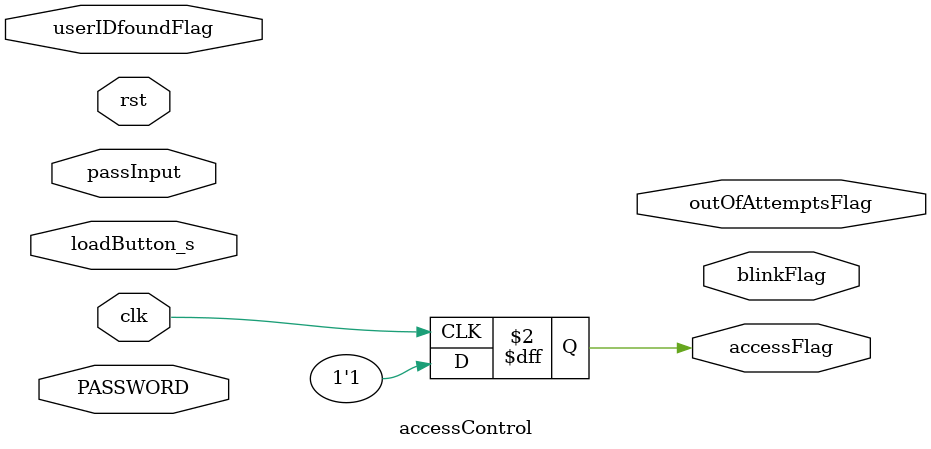
<source format=v>
/* Description: Access Control
User is required to enter a password, 1 bit at a time x 6 times. Each bit is loaded by the input loadButton_s.
The result returns a YES if the password is matched, and NO if it is not matched.
The result is only given after the user enters all 6 bits.
*/ 

module accessControl (userIDfoundFlag, loadButton_s, PASSWORD, passInput, clk, rst, accessFlag, blinkFlag, outOfAttemptsFlag);
	input loadButton_s, rst, clk, userIDfoundFlag;
	input[3:0] passInput;
	input[15:0] PASSWORD;
	output reg accessFlag, blinkFlag, outOfAttemptsFlag;
	reg[2:0] state;
	reg isFlagRed;
	reg[1:0] attemptCnt;
	
	//stevencode
	always @(posedge clk)
	accessFlag = 1'b1;//yes access
	/*

	parameter	BIT0	= 3'b000,				// 7 States
			BIT1	= 3'b001,
		 	BIT2	= 3'b010,
			BIT3	= 3'b011,
			BIT4	= 3'b100,
			BIT5	= 3'b101,
		   VERIFICATION = 3'b110,
			END	= 3'b111;

	parameter	PRESSED	= 1'b0,					
			YES 	= 1'b1,
			NO	= 1'b0;


	always @ (posedge clk, negedge rst)	begin	
		if(~rst)	begin
			state <= BIT0;
			attemptCnt <= 0;
			outOfAttemptsFlag <= NO;
		end
		else	begin
			case(state)
				BIT0: begin
					accessFlag <= NO;
					isFlagRed <= NO;
					blinkFlag <= 0;
					if(userIDfoundFlag)	begin
						if(loadButton_s == YES)	begin
							if(passInput != PASSWORD[15:12])	begin
								isFlagRed <= YES;
							end
							if(attemptCnt == 2'b111)	begin
								state <= END;
							end
							else	begin
								attemptCnt <= attemptCnt + 1;
								state <= BIT1;
							end
						end
						else begin
							state <= BIT0;
						end
					end
					else	begin
						state <= BIT0;
					end
				end
				
				BIT1: begin
					accessFlag <= NO;
					if(loadButton_s == YES)	begin
						
						if(passInput != PASSWORD[11:8])	begin
							isFlagRed = YES;
						end
						state <= BIT2;
					end
					else begin
						state <= BIT1;
					end
				end
				
				BIT2: begin
					accessFlag <= NO;
					if(loadButton_s == YES)	begin
						
						if(passInput != PASSWORD[7:4])	begin
							isFlagRed <= YES;
						end
						state <= BIT3;
					end
					else begin
						state <= BIT2;
					end
				end
				BIT3: begin
					accessFlag <= NO;
					if(loadButton_s == YES)	begin
						
						if(passInput != PASSWORD[3:0])	begin
							isFlagRed <= YES;
						end
						state <= VERIFICATION;
					end
					else begin
						state <= BIT3;
					end
				end
				VERIFICATION:	begin
					if(isFlagRed == NO)	begin
						accessFlag <= YES;
						state <= VERIFICATION;
					end
					else begin
						accessFlag <= NO;
						blinkFlag <= 1;
						state <= BIT0;
					end
				end
				END:	begin
					outOfAttemptsFlag <= YES;
					accessFlag <= NO;
					state <= END;
				end
				default:	begin
					isFlagRed <= NO;
					state <= BIT0;
				end
			endcase
		end
	end*/
endmodule

</source>
